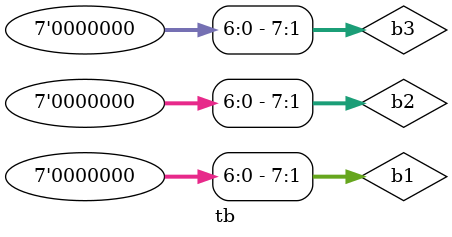
<source format=v>
module one_bit_adder (
    input b1, b2, b3, c_in, output r, c_out 
);
    assign r =  ( ~b2| b1 | c_in ) & ( b2 | ~c_in );
    assign c_out = ( b1 | ~b3 ) & ( ~b1 | c_in | b3 );
    
endmodule

module eight_bit_adder(
    input wire [7:0] b1, b2, b3, 
    output wire [7:0] r, output wire c_out
);

    wire [7:0] c;
    one_bit_adder adder0 (b1[0], b2[0], b3[0], 1'b0, r[0], c[0]);
    one_bit_adder adder1 (b1[1], b2[1], b3[1], c[0], r[1], c[1]);
    one_bit_adder adder2 (b1[2], b2[2], b3[2], c[1], r[2], c[2]);
    one_bit_adder adder3 (b1[3], b2[3], b3[3], c[2], r[3], c[3]);
    one_bit_adder adder4 (b1[4], b2[4], b3[4], c[3], r[4], c[4]);
    one_bit_adder adder5 (b1[5], b2[5], b3[5], c[4], r[5], c[5]);
    one_bit_adder adder6 (b1[6], b2[6], b3[6], c[5], r[6], c[6]);
    one_bit_adder adder7 (b1[7], b2[7], b3[7], c[6], r[7], c[7]);
    assign c_out = c[7];
    
endmodule

module tb;

    reg [7:0] b1, b2, b3;
    wire [7:0] r;
    wire c_out;

    eight_bit_adder adder(b1,b2,b3,r,c_out);

    initial begin
        b1 = 0;
        b2 = 0;
        b3 = 0;
        #2;

        $monitor("b1 = %b, b2 = %b, b3 = %b, r=%b, Carry = %b", b1, b2, b3,r, c_out);

        repeat(5) begin
            b1 = $random;
            b2 = $random;
            b3 = $random;
            #15;
        end
    
    end

endmodule
</source>
